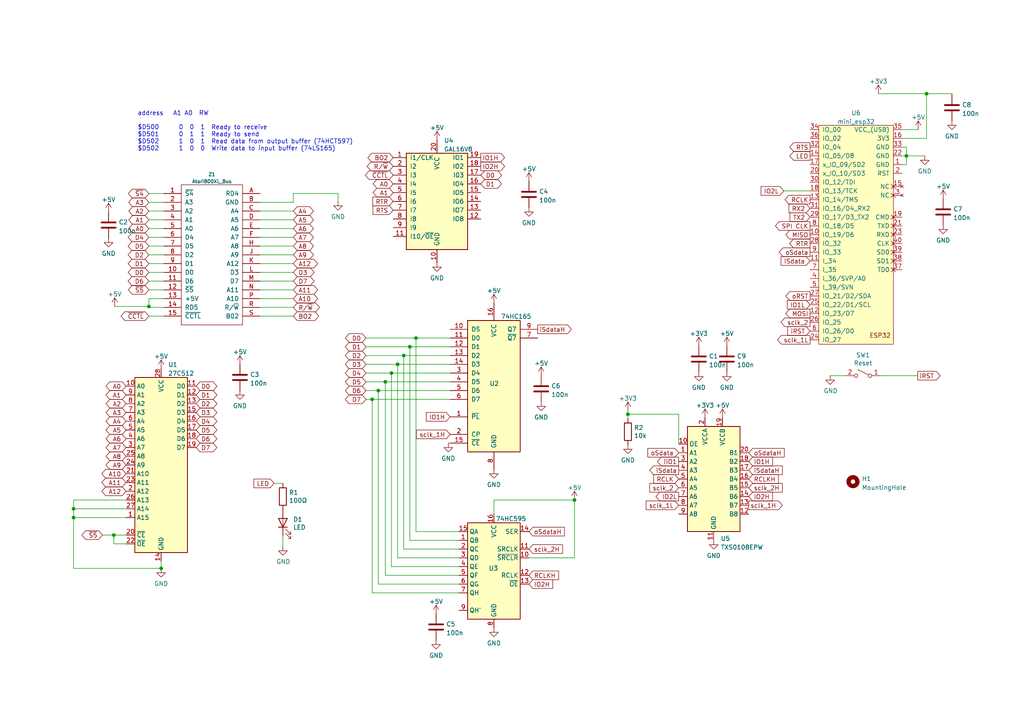
<source format=kicad_sch>
(kicad_sch (version 20211123) (generator eeschema)
  (paper "A4")
  (lib_symbols
    (symbol "74hc597:74LS165" (pin_names (offset 1.016))
      (property "Reference" "U" (at -7.62 19.05 0))
      (property "Value" "74LS165" (at -7.62 -21.59 0))
      (symbol "74LS165_1_0"
        (pin input line (at -12.7 -10.16 0) (length 5.08) (name "~{PL}") (number "1"))
        (pin input line (at -12.7 15.24 0) (length 5.08) (name "DS") (number "10"))
        (pin input line (at -12.7 12.7 0) (length 5.08) (name "D0") (number "11"))
        (pin input line (at -12.7 10.16 0) (length 5.08) (name "D1") (number "12"))
        (pin input line (at -12.7 7.62 0) (length 5.08) (name "D2") (number "13"))
        (pin input line (at -12.7 5.08 0) (length 5.08) (name "D3") (number "14"))
        (pin input line (at -12.7 -17.78 0) (length 5.08) (name "~{CE}") (number "15"))
        (pin power_in line (at 0 22.86 270) (length 5.08) (name "VCC") (number "16"))
        (pin input line (at -12.7 -15.24 0) (length 5.08) (name "CP") (number "2"))
        (pin input line (at -12.7 2.54 0) (length 5.08) (name "D4") (number "3"))
        (pin input line (at -12.7 0 0) (length 5.08) (name "D5") (number "4"))
        (pin input line (at -12.7 -2.54 0) (length 5.08) (name "D6") (number "5"))
        (pin input line (at -12.7 -5.08 0) (length 5.08) (name "D7") (number "6"))
        (pin output line (at 12.7 12.7 180) (length 5.08) (name "~{Q7}") (number "7"))
        (pin power_in line (at 0 -25.4 90) (length 5.08) (name "GND") (number "8"))
        (pin output line (at 12.7 15.24 180) (length 5.08) (name "Q7") (number "9"))
      )
      (symbol "74LS165_1_1"
        (rectangle (start -7.62 17.78) (end 7.62 -20.32) (stroke (width 0.254)) (fill (type background)))
      )
    )
    (symbol "74xx:74HCT595"
      (property "Reference" "U" (at -7.62 13.97 0))
      (property "Value" "74HCT595" (at -7.62 -16.51 0))
      (symbol "74HCT595_1_0"
        (pin tri_state line (at 10.16 7.62 180) (length 2.54) (name "QB") (number "1"))
        (pin input line (at -10.16 2.54 0) (length 2.54) (name "~{SRCLR}") (number "10"))
        (pin input line (at -10.16 5.08 0) (length 2.54) (name "SRCLK") (number "11"))
        (pin input line (at -10.16 -2.54 0) (length 2.54) (name "RCLK") (number "12"))
        (pin input line (at -10.16 -5.08 0) (length 2.54) (name "~{OE}") (number "13"))
        (pin input line (at -10.16 10.16 0) (length 2.54) (name "SER") (number "14"))
        (pin tri_state line (at 10.16 10.16 180) (length 2.54) (name "QA") (number "15"))
        (pin power_in line (at 0 15.24 270) (length 2.54) (name "VCC") (number "16"))
        (pin tri_state line (at 10.16 5.08 180) (length 2.54) (name "QC") (number "2"))
        (pin tri_state line (at 10.16 2.54 180) (length 2.54) (name "QD") (number "3"))
        (pin tri_state line (at 10.16 0 180) (length 2.54) (name "QE") (number "4"))
        (pin tri_state line (at 10.16 -2.54 180) (length 2.54) (name "QF") (number "5"))
        (pin tri_state line (at 10.16 -5.08 180) (length 2.54) (name "QG") (number "6"))
        (pin tri_state line (at 10.16 -7.62 180) (length 2.54) (name "QH") (number "7"))
        (pin power_in line (at 0 -17.78 90) (length 2.54) (name "GND") (number "8"))
        (pin output line (at 10.16 -12.7 180) (length 2.54) (name "QH'") (number "9"))
      )
      (symbol "74HCT595_1_1"
        (rectangle (start -7.62 12.7) (end 7.62 -15.24) (stroke (width 0.254)) (fill (type background)))
      )
    )
    (symbol "Barts_lib:Atari800XL_Bus" (pin_names (offset 1.016))
      (property "Reference" "Z1" (at 8.89 86.8303 0))
      (property "Value" "Atari800XL_Bus" (at 8.89 84.7956 0))
      (symbol "Atari800XL_Bus_0_0"
        (rectangle (start 0 83.82) (end 17.78 43.18))
      )
      (symbol "Atari800XL_Bus_1_1"
        (pin bidirectional line (at -5.08 81.28 0) (length 5.08) (name "~{S4}") (number "1"))
        (pin bidirectional line (at -5.08 58.42 0) (length 5.08) (name "D0") (number "10"))
        (pin bidirectional line (at -5.08 55.88 0) (length 5.08) (name "D6") (number "11"))
        (pin bidirectional line (at -5.08 53.34 0) (length 5.08) (name "~{S5}") (number "12"))
        (pin power_out line (at -5.08 50.8 0) (length 5.08) (name "+5V") (number "13"))
        (pin bidirectional line (at -5.08 48.26 0) (length 5.08) (name "RD5") (number "14"))
        (pin bidirectional line (at -5.08 45.72 0) (length 5.08) (name "~{CCTL}") (number "15"))
        (pin bidirectional line (at -5.08 78.74 0) (length 5.08) (name "A3") (number "2"))
        (pin bidirectional line (at -5.08 76.2 0) (length 5.08) (name "A2") (number "3"))
        (pin bidirectional line (at -5.08 73.66 0) (length 5.08) (name "A1") (number "4"))
        (pin bidirectional line (at -5.08 71.12 0) (length 5.08) (name "A0") (number "5"))
        (pin bidirectional line (at -5.08 68.58 0) (length 5.08) (name "D4") (number "6"))
        (pin bidirectional line (at -5.08 66.04 0) (length 5.08) (name "D5") (number "7"))
        (pin bidirectional line (at -5.08 63.5 0) (length 5.08) (name "D2") (number "8"))
        (pin bidirectional line (at -5.08 60.96 0) (length 5.08) (name "D1") (number "9"))
        (pin bidirectional line (at 22.86 81.28 180) (length 5.08) (name "RD4") (number "A"))
        (pin power_out line (at 22.86 78.74 180) (length 5.08) (name "GND") (number "B"))
        (pin bidirectional line (at 22.86 76.2 180) (length 5.08) (name "A4") (number "C"))
        (pin bidirectional line (at 22.86 73.66 180) (length 5.08) (name "A5") (number "D"))
        (pin bidirectional line (at 22.86 71.12 180) (length 5.08) (name "A6") (number "E"))
        (pin bidirectional line (at 22.86 68.58 180) (length 5.08) (name "A7") (number "F"))
        (pin bidirectional line (at 22.86 66.04 180) (length 5.08) (name "A8") (number "H"))
        (pin bidirectional line (at 22.86 63.5 180) (length 5.08) (name "A9") (number "J"))
        (pin bidirectional line (at 22.86 60.96 180) (length 5.08) (name "A12") (number "K"))
        (pin bidirectional line (at 22.86 58.42 180) (length 5.08) (name "D3") (number "L"))
        (pin bidirectional line (at 22.86 55.88 180) (length 5.08) (name "D7") (number "M"))
        (pin bidirectional line (at 22.86 53.34 180) (length 5.08) (name "A11") (number "N"))
        (pin bidirectional line (at 22.86 50.8 180) (length 5.08) (name "A10") (number "P"))
        (pin bidirectional line (at 22.86 48.26 180) (length 5.08) (name "R/~{W}") (number "R"))
        (pin bidirectional line (at 22.86 45.72 180) (length 5.08) (name "B02") (number "S"))
      )
    )
    (symbol "Barts_lib:mini_esp32" (pin_names (offset 1.016))
      (property "Reference" "U3" (at 0.635 2.3028 0))
      (property "Value" "mini_esp32" (at 0.635 -0.2341 0))
      (symbol "mini_esp32_0_0"
        (text "ESP32" (at 7.62 -62.23 0) (effects (font (size 1.27 1.27))))
        (pin power_in line (at 13.97 -12.7 180) (length 2.54) (name "GND") (number "1"))
        (pin input line (at 13.97 -15.24 180) (length 2.54) (name "RST") (number "2"))
        (pin no_connect non_logic (at 13.97 -21.59 180) (length 2.54) (name "NC") (number "3"))
        (pin bidirectional line (at -12.7 -45.72 0) (length 2.54) (name "I_36/SVP/A0") (number "4"))
        (pin bidirectional line (at -12.7 -48.26 0) (length 2.54) (name "I_39/SVN") (number "5"))
      )
      (symbol "mini_esp32_0_1"
        (rectangle (start -10.16 -1.27) (end 11.43 -64.77) (fill (type background)))
      )
      (symbol "mini_esp32_1_1"
        (pin bidirectional line (at -12.7 -33.02 0) (length 2.54) (name "IO_19/D6") (number "10"))
        (pin bidirectional line (at -12.7 -40.64 0) (length 2.54) (name "I_34") (number "11"))
        (pin bidirectional line (at -12.7 -55.88 0) (length 2.54) (name "IO_23/D7") (number "12"))
        (pin bidirectional line (at -12.7 -22.86 0) (length 2.54) (name "IO_14/TMS") (number "13"))
        (pin bidirectional line (at -12.7 -10.16 0) (length 2.54) (name "IO_05/D8") (number "14"))
        (pin no_connect non_logic (at 13.97 -19.05 180) (length 2.54) (name "NC") (number "15"))
        (pin power_in line (at 13.97 -5.08 180) (length 2.54) (name "3V3") (number "16"))
        (pin bidirectional line (at -12.7 -12.7 0) (length 2.54) (name "x_IO_09/SD2") (number "17"))
        (pin bidirectional line (at -12.7 -20.32 0) (length 2.54) (name "IO_13/TCK") (number "18"))
        (pin passive non_logic (at 13.97 -27.94 180) (length 2.54) (name "CMD") (number "19"))
        (pin bidirectional line (at -12.7 -15.24 0) (length 2.54) (name "x_IO_10/SD3") (number "20"))
        (pin passive non_logic (at 13.97 -30.48 180) (length 2.54) (name "TXD") (number "21"))
        (pin power_in line (at 13.97 -10.16 180) (length 2.54) (name "GND") (number "22"))
        (pin passive non_logic (at 13.97 -33.02 180) (length 2.54) (name "RXD") (number "23"))
        (pin bidirectional line (at -12.7 -63.5 0) (length 2.54) (name "IO_27") (number "24"))
        (pin bidirectional line (at -12.7 -53.34 0) (length 2.54) (name "IO_22/D1/SCL") (number "25"))
        (pin bidirectional line (at -12.7 -58.42 0) (length 2.54) (name "IO_25") (number "26"))
        (pin bidirectional line (at -12.7 -50.8 0) (length 2.54) (name "IO_21/D2/SDA") (number "27"))
        (pin bidirectional line (at -12.7 -35.56 0) (length 2.54) (name "IO_32") (number "28"))
        (pin bidirectional line (at -12.7 -27.94 0) (length 2.54) (name "IO_17/D3_TX2") (number "29"))
        (pin bidirectional line (at -12.7 -17.78 0) (length 2.54) (name "IO_12/TDI") (number "30"))
        (pin bidirectional line (at -12.7 -25.4 0) (length 2.54) (name "IO_16/D4_RX2") (number "31"))
        (pin bidirectional line (at -12.7 -7.62 0) (length 2.54) (name "IO_04") (number "32"))
        (pin power_in line (at 13.97 -7.62 180) (length 2.54) (name "GND") (number "33"))
        (pin bidirectional line (at -12.7 -2.54 0) (length 2.54) (name "IO_00") (number "34"))
        (pin power_in line (at 13.97 -2.54 180) (length 2.54) (name "VCC_(USB)") (number "35"))
        (pin bidirectional line (at -12.7 -5.08 0) (length 2.54) (name "IO_02") (number "36"))
        (pin passive non_logic (at 13.97 -43.18 180) (length 2.54) (name "TD0") (number "37"))
        (pin passive non_logic (at 13.97 -40.64 180) (length 2.54) (name "SD1") (number "38"))
        (pin passive non_logic (at 13.97 -38.1 180) (length 2.54) (name "SD0") (number "39"))
        (pin passive non_logic (at 13.97 -35.56 180) (length 2.54) (name "CLK") (number "40"))
        (pin bidirectional line (at -12.7 -60.96 0) (length 2.54) (name "IO_26/D0") (number "6"))
        (pin bidirectional line (at -12.7 -43.18 0) (length 2.54) (name "I_35") (number "7"))
        (pin bidirectional line (at -12.7 -30.48 0) (length 2.54) (name "IO_18/D5") (number "8"))
        (pin bidirectional line (at -12.7 -38.1 0) (length 2.54) (name "IO_33") (number "9"))
      )
    )
    (symbol "Device:C" (pin_numbers hide) (pin_names (offset 0.254))
      (property "Reference" "C" (at 0.635 2.54 0))
      (property "Value" "C" (at 0.635 -2.54 0))
      (symbol "C_0_1"
        (polyline (pts (xy -2.032 -0.762) (xy 2.032 -0.762)) (stroke (width 0.508)))
        (polyline (pts (xy -2.032 0.762) (xy 2.032 0.762)) (stroke (width 0.508)))
      )
      (symbol "C_1_1"
        (pin passive line (at 0 3.81 270) (length 2.794) (name "~") (number "1"))
        (pin passive line (at 0 -3.81 90) (length 2.794) (name "~") (number "2"))
      )
    )
    (symbol "Device:LED" (pin_numbers hide) (pin_names (offset 1.016) hide)
      (property "Reference" "D" (at 0 2.54 0))
      (property "Value" "LED" (at 0 -2.54 0))
      (symbol "LED_0_1"
        (polyline (pts (xy -1.27 -1.27) (xy -1.27 1.27)) (stroke (width 0.254)))
        (polyline (pts (xy -1.27 0) (xy 1.27 0)))
        (polyline (pts (xy 1.27 -1.27) (xy 1.27 1.27) (xy -1.27 0) (xy 1.27 -1.27)) (stroke (width 0.254)))
        (polyline (pts (xy -3.048 -0.762) (xy -4.572 -2.286) (xy -3.81 -2.286) (xy -4.572 -2.286) (xy -4.572 -1.524)))
        (polyline (pts (xy -1.778 -0.762) (xy -3.302 -2.286) (xy -2.54 -2.286) (xy -3.302 -2.286) (xy -3.302 -1.524)))
      )
      (symbol "LED_1_1"
        (pin passive line (at -3.81 0 0) (length 2.54) (name "K") (number "1"))
        (pin passive line (at 3.81 0 180) (length 2.54) (name "A") (number "2"))
      )
    )
    (symbol "Device:R" (pin_numbers hide) (pin_names (offset 0))
      (property "Reference" "R" (at 2.032 0 90))
      (property "Value" "R" (at 0 0 90))
      (symbol "R_0_1"
        (rectangle (start -1.016 -2.54) (end 1.016 2.54) (stroke (width 0.254)))
      )
      (symbol "R_1_1"
        (pin passive line (at 0 3.81 270) (length 1.27) (name "~") (number "1"))
        (pin passive line (at 0 -3.81 90) (length 1.27) (name "~") (number "2"))
      )
    )
    (symbol "Logic_LevelTranslator:TXS0108EPW"
      (property "Reference" "U" (at -6.35 16.51 0))
      (property "Value" "TXS0108EPW" (at 3.81 16.51 0))
      (symbol "TXS0108EPW_0_1"
        (rectangle (start -7.62 15.24) (end 7.62 -15.24) (stroke (width 0.254)) (fill (type background)))
      )
      (symbol "TXS0108EPW_1_1"
        (pin bidirectional line (at -10.16 7.62 0) (length 2.54) (name "A1") (number "1"))
        (pin input line (at -10.16 10.16 0) (length 2.54) (name "OE") (number "10"))
        (pin power_in line (at 0 -17.78 90) (length 2.54) (name "GND") (number "11"))
        (pin bidirectional line (at 10.16 -10.16 180) (length 2.54) (name "B8") (number "12"))
        (pin bidirectional line (at 10.16 -7.62 180) (length 2.54) (name "B7") (number "13"))
        (pin bidirectional line (at 10.16 -5.08 180) (length 2.54) (name "B6") (number "14"))
        (pin bidirectional line (at 10.16 -2.54 180) (length 2.54) (name "B5") (number "15"))
        (pin bidirectional line (at 10.16 0 180) (length 2.54) (name "B4") (number "16"))
        (pin bidirectional line (at 10.16 2.54 180) (length 2.54) (name "B3") (number "17"))
        (pin bidirectional line (at 10.16 5.08 180) (length 2.54) (name "B2") (number "18"))
        (pin power_in line (at 2.54 17.78 270) (length 2.54) (name "VCCB") (number "19"))
        (pin power_in line (at -2.54 17.78 270) (length 2.54) (name "VCCA") (number "2"))
        (pin bidirectional line (at 10.16 7.62 180) (length 2.54) (name "B1") (number "20"))
        (pin bidirectional line (at -10.16 5.08 0) (length 2.54) (name "A2") (number "3"))
        (pin bidirectional line (at -10.16 2.54 0) (length 2.54) (name "A3") (number "4"))
        (pin bidirectional line (at -10.16 0 0) (length 2.54) (name "A4") (number "5"))
        (pin bidirectional line (at -10.16 -2.54 0) (length 2.54) (name "A5") (number "6"))
        (pin bidirectional line (at -10.16 -5.08 0) (length 2.54) (name "A6") (number "7"))
        (pin bidirectional line (at -10.16 -7.62 0) (length 2.54) (name "A7") (number "8"))
        (pin bidirectional line (at -10.16 -10.16 0) (length 2.54) (name "A8") (number "9"))
      )
    )
    (symbol "Logic_Programmable:GAL16V8" (pin_names (offset 1.016))
      (property "Reference" "U" (at -8.89 16.51 0))
      (property "Value" "GAL16V8" (at 1.27 16.51 0))
      (symbol "GAL16V8_0_0"
        (pin power_in line (at 0 -17.78 90) (length 3.81) (name "GND") (number "10"))
        (pin power_in line (at 0 17.78 270) (length 3.81) (name "VCC") (number "20"))
      )
      (symbol "GAL16V8_0_1"
        (rectangle (start -8.89 13.97) (end 8.89 -13.97) (stroke (width 0.254)) (fill (type background)))
      )
      (symbol "GAL16V8_1_1"
        (pin input line (at -12.7 12.7 0) (length 3.81) (name "I1/CLK") (number "1"))
        (pin input line (at -12.7 -10.16 0) (length 3.81) (name "I10/~{OE}") (number "11"))
        (pin tri_state line (at 12.7 -5.08 180) (length 3.81) (name "IO8") (number "12"))
        (pin tri_state line (at 12.7 -2.54 180) (length 3.81) (name "IO7") (number "13"))
        (pin tri_state line (at 12.7 0 180) (length 3.81) (name "IO6") (number "14"))
        (pin tri_state line (at 12.7 2.54 180) (length 3.81) (name "IO5") (number "15"))
        (pin tri_state line (at 12.7 5.08 180) (length 3.81) (name "IO4") (number "16"))
        (pin tri_state line (at 12.7 7.62 180) (length 3.81) (name "I03") (number "17"))
        (pin tri_state line (at 12.7 10.16 180) (length 3.81) (name "IO2") (number "18"))
        (pin tri_state line (at 12.7 12.7 180) (length 3.81) (name "IO1") (number "19"))
        (pin input line (at -12.7 10.16 0) (length 3.81) (name "I2") (number "2"))
        (pin input line (at -12.7 7.62 0) (length 3.81) (name "I3") (number "3"))
        (pin input line (at -12.7 5.08 0) (length 3.81) (name "I4") (number "4"))
        (pin input line (at -12.7 2.54 0) (length 3.81) (name "I5") (number "5"))
        (pin input line (at -12.7 0 0) (length 3.81) (name "I6") (number "6"))
        (pin input line (at -12.7 -2.54 0) (length 3.81) (name "I7") (number "7"))
        (pin input line (at -12.7 -5.08 0) (length 3.81) (name "I8") (number "8"))
        (pin input line (at -12.7 -7.62 0) (length 3.81) (name "I9") (number "9"))
      )
    )
    (symbol "Mechanical:MountingHole" (pin_numbers hide) (pin_names (offset 1.016) hide)
      (property "Reference" "H" (at 0 5.08 0))
      (property "Value" "MountingHole" (at 0 3.175 0))
      (symbol "MountingHole_0_1"
        (circle (center 0 0) (radius 1.27) (stroke (width 1.27)))
      )
    )
    (symbol "Memory_EPROM:27C512"
      (property "Reference" "U" (at -7.62 26.67 0))
      (property "Value" "27C512" (at 2.54 -26.67 0))
      (symbol "27C512_1_1"
        (rectangle (start -7.62 25.4) (end 7.62 -25.4) (stroke (width 0.254)) (fill (type background)))
        (pin input line (at -10.16 -15.24 0) (length 2.54) (name "A15") (number "1"))
        (pin input line (at -10.16 22.86 0) (length 2.54) (name "A0") (number "10"))
        (pin tri_state line (at 10.16 22.86 180) (length 2.54) (name "D0") (number "11"))
        (pin tri_state line (at 10.16 20.32 180) (length 2.54) (name "D1") (number "12"))
        (pin tri_state line (at 10.16 17.78 180) (length 2.54) (name "D2") (number "13"))
        (pin power_in line (at 0 -27.94 90) (length 2.54) (name "GND") (number "14"))
        (pin tri_state line (at 10.16 15.24 180) (length 2.54) (name "D3") (number "15"))
        (pin tri_state line (at 10.16 12.7 180) (length 2.54) (name "D4") (number "16"))
        (pin tri_state line (at 10.16 10.16 180) (length 2.54) (name "D5") (number "17"))
        (pin tri_state line (at 10.16 7.62 180) (length 2.54) (name "D6") (number "18"))
        (pin tri_state line (at 10.16 5.08 180) (length 2.54) (name "D7") (number "19"))
        (pin input line (at -10.16 -7.62 0) (length 2.54) (name "A12") (number "2"))
        (pin input line (at -10.16 -20.32 0) (length 2.54) (name "~{CE}") (number "20"))
        (pin input line (at -10.16 -2.54 0) (length 2.54) (name "A10") (number "21"))
        (pin input line (at -10.16 -22.86 0) (length 2.54) (name "~{OE}") (number "22"))
        (pin input line (at -10.16 -5.08 0) (length 2.54) (name "A11") (number "23"))
        (pin input line (at -10.16 0 0) (length 2.54) (name "A9") (number "24"))
        (pin input line (at -10.16 2.54 0) (length 2.54) (name "A8") (number "25"))
        (pin input line (at -10.16 -10.16 0) (length 2.54) (name "A13") (number "26"))
        (pin input line (at -10.16 -12.7 0) (length 2.54) (name "A14") (number "27"))
        (pin power_in line (at 0 27.94 270) (length 2.54) (name "VCC") (number "28"))
        (pin input line (at -10.16 5.08 0) (length 2.54) (name "A7") (number "3"))
        (pin input line (at -10.16 7.62 0) (length 2.54) (name "A6") (number "4"))
        (pin input line (at -10.16 10.16 0) (length 2.54) (name "A5") (number "5"))
        (pin input line (at -10.16 12.7 0) (length 2.54) (name "A4") (number "6"))
        (pin input line (at -10.16 15.24 0) (length 2.54) (name "A3") (number "7"))
        (pin input line (at -10.16 17.78 0) (length 2.54) (name "A2") (number "8"))
        (pin input line (at -10.16 20.32 0) (length 2.54) (name "A1") (number "9"))
      )
    )
    (symbol "Switch:SW_SPST" (pin_names (offset 0) hide)
      (property "Reference" "SW" (at 0 3.175 0))
      (property "Value" "SW_SPST" (at 0 -2.54 0))
      (symbol "SW_SPST_0_0"
        (circle (center -2.032 0) (radius 0.508))
        (polyline (pts (xy -1.524 0.254) (xy 1.524 1.778)))
        (circle (center 2.032 0) (radius 0.508))
      )
      (symbol "SW_SPST_1_1"
        (pin passive line (at -5.08 0 0) (length 2.54) (name "A") (number "1"))
        (pin passive line (at 5.08 0 180) (length 2.54) (name "B") (number "2"))
      )
    )
    (symbol "power:+3.3V" (power) (pin_names (offset 0))
      (property "Value" "+3.3V" (at 0 3.556 0))
      (symbol "+3.3V_0_1"
        (polyline (pts (xy -0.762 1.27) (xy 0 2.54)))
        (polyline (pts (xy 0 0) (xy 0 2.54)))
        (polyline (pts (xy 0 2.54) (xy 0.762 1.27)))
      )
      (symbol "+3.3V_1_1"
        (pin power_in line (at 0 0 90) (length 0) hide (name "+3V3") (number "1"))
      )
    )
    (symbol "power:+5V" (power) (pin_names (offset 0))
      (property "Value" "+5V" (at 0 3.556 0))
      (symbol "+5V_0_1"
        (polyline (pts (xy -0.762 1.27) (xy 0 2.54)))
        (polyline (pts (xy 0 0) (xy 0 2.54)))
        (polyline (pts (xy 0 2.54) (xy 0.762 1.27)))
      )
      (symbol "+5V_1_1"
        (pin power_in line (at 0 0 90) (length 0) hide (name "+5V") (number "1"))
      )
    )
    (symbol "power:GND" (power) (pin_names (offset 0))
      (property "Value" "GND" (at 0 -3.81 0))
      (symbol "GND_0_1"
        (polyline (pts (xy 0 0) (xy 0 -1.27) (xy 1.27 -1.27) (xy 0 -2.54) (xy -1.27 -1.27) (xy 0 -1.27)))
      )
      (symbol "GND_1_1"
        (pin power_in line (at 0 0 270) (length 0) hide (name "GND") (number "1"))
      )
    )
  )
  (junction (at 46.736 164.846))
  (junction (at 21.336 147.574))
  (junction (at 166.624 145.034))
  (junction (at 111.76 110.744))
  (junction (at 118.872 100.584))
  (junction (at 33.02 155.194))
  (junction (at 268.732 27.178))
  (junction (at 262.89 45.212))
  (junction (at 109.728 113.284))
  (junction (at 115.316 105.664))
  (junction (at 107.95 115.824))
  (junction (at 43.18 88.9))
  (junction (at 182.118 120.142))
  (junction (at 21.336 150.114))
  (junction (at 120.65 98.044))
  (junction (at 113.538 108.204))
  (junction (at 117.094 103.124))
  (wire (pts (xy 98.044 58.42) (xy 98.044 56.134)))
  (wire (pts (xy 43.18 81.534) (xy 47.498 81.534)))
  (wire (pts (xy 153.416 161.798) (xy 166.624 161.798)))
  (wire (pts (xy 85.09 61.214) (xy 75.438 61.214)))
  (wire (pts (xy 115.316 161.798) (xy 133.096 161.798)))
  (wire (pts (xy 85.09 68.834) (xy 75.438 68.834)))
  (wire (pts (xy 130.556 105.664) (xy 115.316 105.664)))
  (wire (pts (xy 43.18 56.134) (xy 47.498 56.134)))
  (wire (pts (xy 133.096 169.418) (xy 109.728 169.418)))
  (wire (pts (xy 82.042 158.496) (xy 82.042 155.448)))
  (wire (pts (xy 113.538 108.204) (xy 130.556 108.204)))
  (wire (pts (xy 43.18 86.614) (xy 47.498 86.614)))
  (wire (pts (xy 85.09 71.374) (xy 75.438 71.374)))
  (wire (pts (xy 46.736 164.846) (xy 21.336 164.846)))
  (wire (pts (xy 118.872 156.718) (xy 133.096 156.718)))
  (wire (pts (xy 143.256 149.098) (xy 143.256 145.034)))
  (wire (pts (xy 133.096 159.258) (xy 117.094 159.258)))
  (wire (pts (xy 85.09 86.614) (xy 75.438 86.614)))
  (wire (pts (xy 268.732 27.178) (xy 268.732 40.132)))
  (wire (pts (xy 43.18 78.994) (xy 47.498 78.994)))
  (wire (pts (xy 262.89 42.672) (xy 262.89 45.212)))
  (wire (pts (xy 196.85 120.142) (xy 196.85 128.778)))
  (wire (pts (xy 43.18 66.294) (xy 47.498 66.294)))
  (wire (pts (xy 111.76 166.878) (xy 133.096 166.878)))
  (wire (pts (xy 21.336 150.114) (xy 21.336 164.846)))
  (wire (pts (xy 85.09 91.694) (xy 75.438 91.694)))
  (wire (pts (xy 109.728 169.418) (xy 109.728 113.284)))
  (wire (pts (xy 21.336 145.034) (xy 21.336 147.574)))
  (wire (pts (xy 262.89 45.212) (xy 268.224 45.212)))
  (wire (pts (xy 115.316 105.664) (xy 115.316 161.798)))
  (wire (pts (xy 106.172 105.664) (xy 115.316 105.664)))
  (wire (pts (xy 130.048 128.524) (xy 130.556 128.524)))
  (wire (pts (xy 46.736 162.814) (xy 46.736 164.846)))
  (wire (pts (xy 43.18 68.834) (xy 47.498 68.834)))
  (wire (pts (xy 166.624 145.034) (xy 166.624 161.798)))
  (wire (pts (xy 43.18 63.754) (xy 47.498 63.754)))
  (wire (pts (xy 118.872 100.584) (xy 118.872 156.718)))
  (wire (pts (xy 106.172 115.824) (xy 107.95 115.824)))
  (wire (pts (xy 255.397 108.966) (xy 266.192 108.966)))
  (wire (pts (xy 133.096 154.178) (xy 120.65 154.178)))
  (wire (pts (xy 106.172 110.744) (xy 111.76 110.744)))
  (wire (pts (xy 43.18 61.214) (xy 47.498 61.214)))
  (wire (pts (xy 111.76 110.744) (xy 111.76 166.878)))
  (wire (pts (xy 43.18 76.454) (xy 47.498 76.454)))
  (wire (pts (xy 85.09 56.134) (xy 85.09 58.674)))
  (wire (pts (xy 85.09 66.294) (xy 75.438 66.294)))
  (wire (pts (xy 85.09 73.914) (xy 75.438 73.914)))
  (wire (pts (xy 107.95 171.958) (xy 133.096 171.958)))
  (wire (pts (xy 43.18 71.374) (xy 47.498 71.374)))
  (wire (pts (xy 130.556 100.584) (xy 118.872 100.584)))
  (wire (pts (xy 266.319 37.592) (xy 261.62 37.592)))
  (wire (pts (xy 85.09 76.454) (xy 75.438 76.454)))
  (wire (pts (xy 43.18 73.914) (xy 47.498 73.914)))
  (wire (pts (xy 106.172 113.284) (xy 109.728 113.284)))
  (wire (pts (xy 33.02 155.194) (xy 36.576 155.194)))
  (wire (pts (xy 182.118 119.126) (xy 182.118 120.142)))
  (wire (pts (xy 21.336 147.574) (xy 36.576 147.574)))
  (wire (pts (xy 106.172 100.584) (xy 118.872 100.584)))
  (wire (pts (xy 120.65 98.044) (xy 130.556 98.044)))
  (wire (pts (xy 143.256 145.034) (xy 166.624 145.034)))
  (wire (pts (xy 98.044 56.134) (xy 85.09 56.134)))
  (wire (pts (xy 43.18 88.9) (xy 43.18 89.154)))
  (wire (pts (xy 261.62 40.132) (xy 268.732 40.132)))
  (wire (pts (xy 262.89 47.752) (xy 262.89 45.212)))
  (wire (pts (xy 33.02 157.734) (xy 33.02 155.194)))
  (wire (pts (xy 43.18 89.154) (xy 47.498 89.154)))
  (wire (pts (xy 85.09 58.674) (xy 75.438 58.674)))
  (wire (pts (xy 109.728 113.284) (xy 130.556 113.284)))
  (wire (pts (xy 85.09 81.534) (xy 75.438 81.534)))
  (wire (pts (xy 85.09 78.994) (xy 75.438 78.994)))
  (wire (pts (xy 261.62 42.672) (xy 262.89 42.672)))
  (wire (pts (xy 85.09 63.754) (xy 75.438 63.754)))
  (wire (pts (xy 79.502 140.208) (xy 82.042 140.208)))
  (wire (pts (xy 106.172 108.204) (xy 113.538 108.204)))
  (wire (pts (xy 43.18 58.674) (xy 47.498 58.674)))
  (wire (pts (xy 227.33 55.372) (xy 234.95 55.372)))
  (wire (pts (xy 268.732 27.178) (xy 276.098 27.178)))
  (wire (pts (xy 261.62 47.752) (xy 262.89 47.752)))
  (wire (pts (xy 276.098 27.178) (xy 276.098 27.432)))
  (wire (pts (xy 130.556 110.744) (xy 111.76 110.744)))
  (wire (pts (xy 43.18 84.074) (xy 47.498 84.074)))
  (wire (pts (xy 33.274 88.9) (xy 43.18 88.9)))
  (wire (pts (xy 133.096 164.338) (xy 113.538 164.338)))
  (wire (pts (xy 261.62 45.212) (xy 262.89 45.212)))
  (wire (pts (xy 43.18 91.694) (xy 47.498 91.694)))
  (wire (pts (xy 117.094 159.258) (xy 117.094 103.124)))
  (wire (pts (xy 240.792 108.966) (xy 245.237 108.966)))
  (wire (pts (xy 254.762 27.178) (xy 268.732 27.178)))
  (wire (pts (xy 182.118 120.142) (xy 196.85 120.142)))
  (wire (pts (xy 85.09 84.074) (xy 75.438 84.074)))
  (wire (pts (xy 21.336 150.114) (xy 36.576 150.114)))
  (wire (pts (xy 182.118 120.142) (xy 182.118 121.412)))
  (wire (pts (xy 117.094 103.124) (xy 130.556 103.124)))
  (wire (pts (xy 113.538 164.338) (xy 113.538 108.204)))
  (wire (pts (xy 21.336 145.034) (xy 36.576 145.034)))
  (wire (pts (xy 43.18 86.614) (xy 43.18 88.9)))
  (wire (pts (xy 107.95 115.824) (xy 107.95 171.958)))
  (wire (pts (xy 29.718 155.194) (xy 33.02 155.194)))
  (wire (pts (xy 106.172 103.124) (xy 117.094 103.124)))
  (wire (pts (xy 21.336 147.574) (xy 21.336 150.114)))
  (wire (pts (xy 120.65 154.178) (xy 120.65 98.044)))
  (wire (pts (xy 130.556 115.824) (xy 107.95 115.824)))
  (wire (pts (xy 85.09 89.154) (xy 75.438 89.154)))
  (wire (pts (xy 36.576 157.734) (xy 33.02 157.734)))
  (wire (pts (xy 106.172 98.044) (xy 120.65 98.044)))
  (text "address   A1 A0  RW\n\n$D500      0  0  1  Ready to receive\n$D501      0  1  1  Ready to send\n$D502      1  0  1  Read data from output buffer (74HCT597)\n$D502      1  0  0  Write data to input buffer (74LS165)\n" (at 39.878 43.942 0) (effects (font (size 1.27 1.27)) (justify left bottom)))
  (global_label "A6" (shape bidirectional) (at 85.09 66.294 0) (property "Intersheet References" "${INTERSHEET_REFS}" (effects hide)))
  (global_label "D2" (shape bidirectional) (at 56.896 117.094 0) (property "Intersheet References" "${INTERSHEET_REFS}" (effects hide)))
  (global_label "iIO1" (shape output) (at 196.85 133.858 180) (property "Intersheet References" "${INTERSHEET_REFS}" (effects hide)))
  (global_label "sclk_2" (shape input) (at 196.85 141.478 180) (property "Intersheet References" "${INTERSHEET_REFS}" (effects hide)))
  (global_label "oSdataH" (shape input) (at 217.17 131.318 0) (property "Intersheet References" "${INTERSHEET_REFS}" (effects hide)))
  (global_label "D1" (shape bidirectional) (at 56.896 114.554 0) (property "Intersheet References" "${INTERSHEET_REFS}" (effects hide)))
  (global_label "SPI CLK" (shape output) (at 234.95 65.532 180) (property "Intersheet References" "${INTERSHEET_REFS}" (effects hide)))
  (global_label "RCLKH" (shape input) (at 153.416 166.878 0) (property "Intersheet References" "${INTERSHEET_REFS}" (effects hide)))
  (global_label "A11" (shape bidirectional) (at 36.576 139.954 180) (property "Intersheet References" "${INTERSHEET_REFS}" (effects hide)))
  (global_label "RCLKH" (shape input) (at 217.17 138.938 0) (property "Intersheet References" "${INTERSHEET_REFS}" (effects hide)))
  (global_label "iRST" (shape output) (at 266.192 108.966 0) (property "Intersheet References" "${INTERSHEET_REFS}" (effects hide)))
  (global_label "A10" (shape bidirectional) (at 85.09 86.614 0) (property "Intersheet References" "${INTERSHEET_REFS}" (effects hide)))
  (global_label "A4" (shape bidirectional) (at 36.576 122.174 180) (property "Intersheet References" "${INTERSHEET_REFS}" (effects hide)))
  (global_label "~{CCTL}" (shape bidirectional) (at 43.18 91.694 180) (property "Intersheet References" "${INTERSHEET_REFS}" (effects hide)))
  (global_label "D5" (shape bidirectional) (at 56.896 124.714 0) (property "Intersheet References" "${INTERSHEET_REFS}" (effects hide)))
  (global_label "A4" (shape bidirectional) (at 85.09 61.214 0) (property "Intersheet References" "${INTERSHEET_REFS}" (effects hide)))
  (global_label "IO1H" (shape output) (at 139.446 45.72 0) (property "Intersheet References" "${INTERSHEET_REFS}" (effects hide)))
  (global_label "D5" (shape bidirectional) (at 106.172 110.744 180) (property "Intersheet References" "${INTERSHEET_REFS}" (effects hide)))
  (global_label "IO2L" (shape output) (at 196.85 144.018 180) (property "Intersheet References" "${INTERSHEET_REFS}" (effects hide)))
  (global_label "A3" (shape bidirectional) (at 36.576 119.634 180) (property "Intersheet References" "${INTERSHEET_REFS}" (effects hide)))
  (global_label "IO2H" (shape output) (at 139.446 48.26 0) (property "Intersheet References" "${INTERSHEET_REFS}" (effects hide)))
  (global_label "IO1H" (shape input) (at 130.556 120.904 180) (property "Intersheet References" "${INTERSHEET_REFS}" (effects hide)))
  (global_label "IO2H" (shape input) (at 217.17 144.018 0) (property "Intersheet References" "${INTERSHEET_REFS}" (effects hide)))
  (global_label "D4" (shape bidirectional) (at 56.896 122.174 0) (property "Intersheet References" "${INTERSHEET_REFS}" (effects hide)))
  (global_label "A12" (shape bidirectional) (at 85.09 76.454 0) (property "Intersheet References" "${INTERSHEET_REFS}" (effects hide)))
  (global_label "D7" (shape bidirectional) (at 106.172 115.824 180) (property "Intersheet References" "${INTERSHEET_REFS}" (effects hide)))
  (global_label "D1" (shape bidirectional) (at 43.18 76.454 180) (property "Intersheet References" "${INTERSHEET_REFS}" (effects hide)))
  (global_label "D4" (shape bidirectional) (at 43.18 68.834 180) (property "Intersheet References" "${INTERSHEET_REFS}" (effects hide)))
  (global_label "IO1L" (shape input) (at 234.95 88.392 180) (property "Intersheet References" "${INTERSHEET_REFS}" (effects hide)))
  (global_label "~{S4}" (shape bidirectional) (at 43.18 56.134 180) (property "Intersheet References" "${INTERSHEET_REFS}" (effects hide)))
  (global_label "MOSI" (shape output) (at 234.95 90.932 180) (property "Intersheet References" "${INTERSHEET_REFS}" (effects hide)))
  (global_label "A12" (shape bidirectional) (at 36.576 142.494 180) (property "Intersheet References" "${INTERSHEET_REFS}" (effects hide)))
  (global_label "RTR" (shape output) (at 234.95 70.612 180) (property "Intersheet References" "${INTERSHEET_REFS}" (effects hide)))
  (global_label "oRST" (shape output) (at 234.95 85.852 180) (property "Intersheet References" "${INTERSHEET_REFS}" (effects hide)))
  (global_label "D2" (shape bidirectional) (at 43.18 73.914 180) (property "Intersheet References" "${INTERSHEET_REFS}" (effects hide)))
  (global_label "D1" (shape bidirectional) (at 139.446 53.34 0) (property "Intersheet References" "${INTERSHEET_REFS}" (effects hide)))
  (global_label "sclk_1H" (shape input) (at 130.556 125.984 180) (property "Intersheet References" "${INTERSHEET_REFS}" (effects hide)))
  (global_label "D0" (shape bidirectional) (at 106.172 98.044 180) (property "Intersheet References" "${INTERSHEET_REFS}" (effects hide)))
  (global_label "A3" (shape bidirectional) (at 43.18 58.674 180) (property "Intersheet References" "${INTERSHEET_REFS}" (effects hide)))
  (global_label "sclk_1L" (shape output) (at 234.95 98.552 180) (property "Intersheet References" "${INTERSHEET_REFS}" (effects hide)))
  (global_label "A11" (shape bidirectional) (at 85.09 84.074 0) (property "Intersheet References" "${INTERSHEET_REFS}" (effects hide)))
  (global_label "D4" (shape bidirectional) (at 106.172 108.204 180) (property "Intersheet References" "${INTERSHEET_REFS}" (effects hide)))
  (global_label "oSdataH" (shape input) (at 153.416 154.178 0) (property "Intersheet References" "${INTERSHEET_REFS}" (effects hide)))
  (global_label "A2" (shape bidirectional) (at 36.576 117.094 180) (property "Intersheet References" "${INTERSHEET_REFS}" (effects hide)))
  (global_label "TX2" (shape input) (at 234.95 62.992 180) (property "Intersheet References" "${INTERSHEET_REFS}" (effects hide)))
  (global_label "RTS" (shape output) (at 234.95 42.672 180) (property "Intersheet References" "${INTERSHEET_REFS}" (effects hide)))
  (global_label "D7" (shape bidirectional) (at 56.896 129.794 0) (property "Intersheet References" "${INTERSHEET_REFS}" (effects hide)))
  (global_label "~{S5}" (shape bidirectional) (at 29.718 155.194 180) (property "Intersheet References" "${INTERSHEET_REFS}" (effects hide)))
  (global_label "A8" (shape bidirectional) (at 85.09 71.374 0) (property "Intersheet References" "${INTERSHEET_REFS}" (effects hide)))
  (global_label "A0" (shape bidirectional) (at 114.046 53.34 180) (property "Intersheet References" "${INTERSHEET_REFS}" (effects hide)))
  (global_label "RTR" (shape input) (at 114.046 58.42 180) (property "Intersheet References" "${INTERSHEET_REFS}" (effects hide)))
  (global_label "A1" (shape bidirectional) (at 36.576 114.554 180) (property "Intersheet References" "${INTERSHEET_REFS}" (effects hide)))
  (global_label "A1" (shape bidirectional) (at 43.18 63.754 180) (property "Intersheet References" "${INTERSHEET_REFS}" (effects hide)))
  (global_label "iSdata" (shape input) (at 234.95 75.692 180) (property "Intersheet References" "${INTERSHEET_REFS}" (effects hide)))
  (global_label "R{slash}~{W}" (shape bidirectional) (at 114.046 48.26 180) (property "Intersheet References" "${INTERSHEET_REFS}" (effects hide)))
  (global_label "A1" (shape bidirectional) (at 114.046 55.88 180) (property "Intersheet References" "${INTERSHEET_REFS}" (effects hide)))
  (global_label "oSdata" (shape output) (at 234.95 73.152 180) (property "Intersheet References" "${INTERSHEET_REFS}" (effects hide)))
  (global_label "A5" (shape bidirectional) (at 36.576 124.714 180) (property "Intersheet References" "${INTERSHEET_REFS}" (effects hide)))
  (global_label "D1" (shape bidirectional) (at 106.172 100.584 180) (property "Intersheet References" "${INTERSHEET_REFS}" (effects hide)))
  (global_label "IO2L" (shape input) (at 227.33 55.372 180) (property "Intersheet References" "${INTERSHEET_REFS}" (effects hide)))
  (global_label "A0" (shape bidirectional) (at 36.576 112.014 180) (property "Intersheet References" "${INTERSHEET_REFS}" (effects hide)))
  (global_label "A8" (shape bidirectional) (at 36.576 132.334 180) (property "Intersheet References" "${INTERSHEET_REFS}" (effects hide)))
  (global_label "D7" (shape bidirectional) (at 85.09 81.534 0) (property "Intersheet References" "${INTERSHEET_REFS}" (effects hide)))
  (global_label "D6" (shape bidirectional) (at 43.18 81.534 180) (property "Intersheet References" "${INTERSHEET_REFS}" (effects hide)))
  (global_label "A0" (shape bidirectional) (at 43.18 66.294 180) (property "Intersheet References" "${INTERSHEET_REFS}" (effects hide)))
  (global_label "A10" (shape bidirectional) (at 36.576 137.414 180) (property "Intersheet References" "${INTERSHEET_REFS}" (effects hide)))
  (global_label "RTS" (shape input) (at 114.046 60.96 180) (property "Intersheet References" "${INTERSHEET_REFS}" (effects hide)))
  (global_label "RX2" (shape input) (at 234.95 60.452 180) (property "Intersheet References" "${INTERSHEET_REFS}" (effects hide)))
  (global_label "BO2" (shape bidirectional) (at 85.09 91.694 0) (property "Intersheet References" "${INTERSHEET_REFS}" (effects hide)))
  (global_label "A7" (shape bidirectional) (at 85.09 68.834 0) (property "Intersheet References" "${INTERSHEET_REFS}" (effects hide)))
  (global_label "sclk_2H" (shape input) (at 153.416 159.258 0) (property "Intersheet References" "${INTERSHEET_REFS}" (effects hide)))
  (global_label "D5" (shape bidirectional) (at 43.18 71.374 180) (property "Intersheet References" "${INTERSHEET_REFS}" (effects hide)))
  (global_label "iSdata" (shape output) (at 196.85 136.398 180) (property "Intersheet References" "${INTERSHEET_REFS}" (effects hide)))
  (global_label "iSdataH" (shape input) (at 217.17 136.398 0) (property "Intersheet References" "${INTERSHEET_REFS}" (effects hide)))
  (global_label "A6" (shape bidirectional) (at 36.576 127.254 180) (property "Intersheet References" "${INTERSHEET_REFS}" (effects hide)))
  (global_label "D6" (shape bidirectional) (at 56.896 127.254 0) (property "Intersheet References" "${INTERSHEET_REFS}" (effects hide)))
  (global_label "A2" (shape bidirectional) (at 43.18 61.214 180) (property "Intersheet References" "${INTERSHEET_REFS}" (effects hide)))
  (global_label "D0" (shape bidirectional) (at 43.18 78.994 180) (property "Intersheet References" "${INTERSHEET_REFS}" (effects hide)))
  (global_label "sclk_2" (shape output) (at 234.95 93.472 180) (property "Intersheet References" "${INTERSHEET_REFS}" (effects hide)))
  (global_label "RCLK" (shape input) (at 196.85 138.938 180) (property "Intersheet References" "${INTERSHEET_REFS}" (effects hide)))
  (global_label "D3" (shape bidirectional) (at 106.172 105.664 180) (property "Intersheet References" "${INTERSHEET_REFS}" (effects hide)))
  (global_label "iRST" (shape input) (at 234.95 96.012 180) (property "Intersheet References" "${INTERSHEET_REFS}" (effects hide)))
  (global_label "BO2" (shape bidirectional) (at 114.046 45.72 180) (property "Intersheet References" "${INTERSHEET_REFS}" (effects hide)))
  (global_label "D3" (shape bidirectional) (at 56.896 119.634 0) (property "Intersheet References" "${INTERSHEET_REFS}" (effects hide)))
  (global_label "A9" (shape bidirectional) (at 36.576 134.874 180) (property "Intersheet References" "${INTERSHEET_REFS}" (effects hide)))
  (global_label "D6" (shape bidirectional) (at 106.172 113.284 180) (property "Intersheet References" "${INTERSHEET_REFS}" (effects hide)))
  (global_label "A7" (shape bidirectional) (at 36.576 129.794 180) (property "Intersheet References" "${INTERSHEET_REFS}" (effects hide)))
  (global_label "IO1H" (shape input) (at 217.17 133.858 0) (property "Intersheet References" "${INTERSHEET_REFS}" (effects hide)))
  (global_label "sclk_1L" (shape input) (at 196.85 146.558 180) (property "Intersheet References" "${INTERSHEET_REFS}" (effects hide)))
  (global_label "iSdataH" (shape output) (at 155.956 95.504 0) (property "Intersheet References" "${INTERSHEET_REFS}" (effects hide)))
  (global_label "sclk_1H" (shape output) (at 217.17 146.558 0) (property "Intersheet References" "${INTERSHEET_REFS}" (effects hide)))
  (global_label "LED" (shape input) (at 79.502 140.208 180) (property "Intersheet References" "${INTERSHEET_REFS}" (effects hide)))
  (global_label "~{CCTL}" (shape bidirectional) (at 114.046 50.8 180) (property "Intersheet References" "${INTERSHEET_REFS}" (effects hide)))
  (global_label "A9" (shape bidirectional) (at 85.09 73.914 0) (property "Intersheet References" "${INTERSHEET_REFS}" (effects hide)))
  (global_label "oSdata" (shape input) (at 196.85 131.318 180) (property "Intersheet References" "${INTERSHEET_REFS}" (effects hide)))
  (global_label "D3" (shape bidirectional) (at 85.09 78.994 0) (property "Intersheet References" "${INTERSHEET_REFS}" (effects hide)))
  (global_label "A5" (shape bidirectional) (at 85.09 63.754 0) (property "Intersheet References" "${INTERSHEET_REFS}" (effects hide)))
  (global_label "LED" (shape output) (at 234.95 45.212 180) (property "Intersheet References" "${INTERSHEET_REFS}" (effects hide)))
  (global_label "IO2H" (shape input) (at 153.416 169.418 0) (property "Intersheet References" "${INTERSHEET_REFS}" (effects hide)))
  (global_label "RCLK" (shape output) (at 234.95 57.912 180) (property "Intersheet References" "${INTERSHEET_REFS}" (effects hide)))
  (global_label "D2" (shape bidirectional) (at 106.172 103.124 180) (property "Intersheet References" "${INTERSHEET_REFS}" (effects hide)))
  (global_label "R{slash}~{W}" (shape bidirectional) (at 85.09 89.154 0) (property "Intersheet References" "${INTERSHEET_REFS}" (effects hide)))
  (global_label "MISO" (shape output) (at 234.95 68.072 180) (property "Intersheet References" "${INTERSHEET_REFS}" (effects hide)))
  (global_label "D0" (shape bidirectional) (at 139.446 50.8 0) (property "Intersheet References" "${INTERSHEET_REFS}" (effects hide)))
  (global_label "~{S5}" (shape bidirectional) (at 43.18 84.074 180) (property "Intersheet References" "${INTERSHEET_REFS}" (effects hide)))
  (global_label "sclk_2H" (shape input) (at 217.17 141.478 0) (property "Intersheet References" "${INTERSHEET_REFS}" (effects hide)))
  (global_label "D0" (shape bidirectional) (at 56.896 112.014 0) (property "Intersheet References" "${INTERSHEET_REFS}" (effects hide)))
  (symbol (lib_id "power:GND") (at 143.256 182.118 0) (unit 1)
    (property "Reference" "#PWR0112" (effects hide))
    (property "Value" "GND" (at 143.256 186.5614 0))
  )
  (symbol (lib_id "power:+5V") (at 210.82 100.33 0) (unit 1)
    (property "Reference" "#PWR0134" (effects hide))
    (property "Value" "+5V" (at 210.82 96.7542 0))
  )
  (symbol (lib_id "Logic_Programmable:GAL16V8") (at 126.746 58.42 0) (unit 1) (in_bom no)
    (property "Reference" "U4" (at 128.7654 40.7502 0) (effects (justify left)))
    (property "Value" "GAL16V8" (at 128.7654 43.2871 0) (effects (justify left)))
    (property "Footprint" "Package_DIP:DIP-20_W7.62mm_LongPads" (effects hide))
  )
  (symbol (lib_id "power:GND") (at 143.256 136.144 0) (unit 1)
    (property "Reference" "#PWR0109" (effects hide))
    (property "Value" "GND" (at 143.256 140.5874 0))
  )
  (symbol (lib_id "power:GND") (at 46.736 164.846 0) (unit 1)
    (property "Reference" "#PWR0103" (effects hide))
    (property "Value" "GND" (at 46.736 169.2894 0))
  )
  (symbol (lib_id "power:GND") (at 182.118 129.032 0) (unit 1)
    (property "Reference" "#PWR0133" (effects hide))
    (property "Value" "GND" (at 182.118 133.4754 0))
  )
  (symbol (lib_id "power:+5V") (at 69.596 105.664 0) (unit 1)
    (property "Reference" "#PWR0122" (effects hide))
    (property "Value" "+5V" (at 69.596 102.0882 0))
  )
  (symbol (lib_id "power:+5V") (at 266.319 37.592 0) (unit 1)
    (property "Reference" "#PWR0116" (effects hide))
    (property "Value" "+5V" (at 266.319 34.0162 0))
  )
  (symbol (lib_id "Device:C") (at 202.692 104.14 0) (unit 1)
    (property "Reference" "C1" (at 205.613 103.3053 0) (effects (justify left)))
    (property "Value" "100n" (at 205.613 105.8422 0) (effects (justify left)))
    (property "Footprint" "Capacitor_SMD:C_0402_1005Metric" (effects hide))
  )
  (symbol (lib_id "power:GND") (at 207.01 156.718 0) (unit 1)
    (property "Reference" "#PWR0113" (effects hide))
    (property "Value" "GND" (at 207.01 161.1614 0))
  )
  (symbol (lib_id "Switch:SW_SPST") (at 250.317 108.966 0) (mirror y) (unit 1) (in_bom no)
    (property "Reference" "SW1" (at 250.317 102.997 0))
    (property "Value" "Reset" (at 250.317 105.3084 0))
    (property "Footprint" "Barts:SW_PUSH_HALF_6mm" (effects hide))
  )
  (symbol (lib_id "power:GND") (at 31.496 69.088 0) (unit 1)
    (property "Reference" "#PWR0119" (effects hide))
    (property "Value" "GND" (at 31.496 73.5314 0))
  )
  (symbol (lib_id "Device:C") (at 273.558 61.468 0) (unit 1)
    (property "Reference" "C7" (at 276.479 60.6333 0) (effects (justify left)))
    (property "Value" "100n" (at 276.479 63.1702 0) (effects (justify left)))
    (property "Footprint" "Capacitor_SMD:C_0402_1005Metric" (effects hide))
  )
  (symbol (lib_id "power:GND") (at 130.048 128.524 0) (unit 1)
    (property "Reference" "#PWR0110" (effects hide))
    (property "Value" "GND" (at 130.048 132.9674 0))
  )
  (symbol (lib_id "Device:R") (at 82.042 144.018 0) (unit 1)
    (property "Reference" "R1" (at 83.82 142.8496 0) (effects (justify left)))
    (property "Value" "100Ω" (at 83.82 145.161 0) (effects (justify left)))
    (property "Footprint" "Resistor_SMD:R_0402_1005Metric" (effects hide))
  )
  (symbol (lib_id "power:+3.3V") (at 182.118 119.126 0) (unit 1)
    (property "Reference" "#PWR0132" (effects hide))
    (property "Value" "+3.3V" (at 182.118 115.5502 0))
  )
  (symbol (lib_id "power:GND") (at 98.044 58.42 0) (unit 1)
    (property "Reference" "#PWR0101" (effects hide))
    (property "Value" "GND" (at 98.044 62.8634 0))
  )
  (symbol (lib_id "power:+5V") (at 156.972 108.966 0) (unit 1)
    (property "Reference" "#PWR0127" (effects hide))
    (property "Value" "+5V" (at 156.972 105.3902 0))
  )
  (symbol (lib_id "power:GND") (at 202.692 107.95 0) (unit 1)
    (property "Reference" "#PWR0138" (effects hide))
    (property "Value" "GND" (at 202.692 112.3934 0))
  )
  (symbol (lib_id "power:GND") (at 268.224 45.212 0) (unit 1)
    (property "Reference" "#PWR0117" (effects hide))
    (property "Value" "GND" (at 268.224 49.6554 0))
  )
  (symbol (lib_id "power:GND") (at 210.82 107.95 0) (unit 1)
    (property "Reference" "#PWR0137" (effects hide))
    (property "Value" "GND" (at 210.82 112.3934 0))
  )
  (symbol (lib_id "power:GND") (at 240.792 108.966 0) (unit 1)
    (property "Reference" "#PWR0131" (effects hide))
    (property "Value" "GND" (at 240.919 113.3602 0))
  )
  (symbol (lib_id "power:+3.3V") (at 204.47 121.158 0) (unit 1)
    (property "Reference" "#PWR0114" (effects hide))
    (property "Value" "+3.3V" (at 204.47 117.5822 0))
  )
  (symbol (lib_id "power:+5V") (at 153.416 52.578 0) (unit 1)
    (property "Reference" "#PWR0123" (effects hide))
    (property "Value" "+5V" (at 153.416 49.0022 0))
  )
  (symbol (lib_id "Barts_lib:mini_esp32") (at 247.65 35.052 0) (unit 1) (in_bom no)
    (property "Reference" "U6" (at 248.285 32.7492 0))
    (property "Value" "mini_esp32" (at 248.285 35.2861 0))
    (property "Footprint" "Barts:ESP32_mini" (effects hide))
  )
  (symbol (lib_id "Device:R") (at 182.118 125.222 0) (unit 1)
    (property "Reference" "R2" (at 183.896 124.0536 0) (effects (justify left)))
    (property "Value" "10k" (at 183.896 126.365 0) (effects (justify left)))
    (property "Footprint" "Resistor_SMD:R_0402_1005Metric" (effects hide))
  )
  (symbol (lib_id "power:GND") (at 82.042 158.496 0) (unit 1)
    (property "Reference" "#PWR0108" (effects hide))
    (property "Value" "GND" (at 82.169 162.8902 0))
  )
  (symbol (lib_id "power:GND") (at 69.596 113.284 0) (unit 1)
    (property "Reference" "#PWR0121" (effects hide))
    (property "Value" "GND" (at 69.596 117.7274 0))
  )
  (symbol (lib_id "power:+3.3V") (at 254.762 27.178 0) (unit 1)
    (property "Reference" "#PWR0118" (effects hide))
    (property "Value" "+3.3V" (at 254.762 23.6022 0))
  )
  (symbol (lib_id "power:+5V") (at 166.624 145.034 0) (unit 1)
    (property "Reference" "#PWR0111" (effects hide))
    (property "Value" "+5V" (at 166.624 141.4582 0))
  )
  (symbol (lib_id "Memory_EPROM:27C512") (at 46.736 134.874 0) (unit 1) (in_bom no)
    (property "Reference" "U1" (at 48.7554 105.7742 0) (effects (justify left)))
    (property "Value" "27C512" (at 48.7554 108.3111 0) (effects (justify left)))
    (property "Footprint" "Package_DIP:DIP-28_W15.24mm_LongPads" (effects hide))
    (property "Datasheet" "http://ww1.microchip.com/downloads/en/DeviceDoc/doc0015.pdf" (effects hide))
  )
  (symbol (lib_id "power:+5V") (at 126.746 40.64 0) (unit 1)
    (property "Reference" "#PWR0107" (effects hide))
    (property "Value" "+5V" (at 126.746 37.0642 0))
  )
  (symbol (lib_id "Device:C") (at 31.496 65.278 0) (unit 1)
    (property "Reference" "C2" (at 34.417 64.4433 0) (effects (justify left)))
    (property "Value" "100n" (at 34.417 66.9802 0) (effects (justify left)))
    (property "Footprint" "Capacitor_SMD:C_0402_1005Metric" (effects hide))
  )
  (symbol (lib_id "power:+5V") (at 33.274 88.9 0) (unit 1)
    (property "Reference" "#PWR0102" (effects hide))
    (property "Value" "+5V" (at 33.274 85.3242 0))
  )
  (symbol (lib_id "power:+5V") (at 273.558 57.658 0) (unit 1)
    (property "Reference" "#PWR0129" (effects hide))
    (property "Value" "+5V" (at 273.558 54.0822 0))
  )
  (symbol (lib_id "Device:C") (at 153.416 56.388 0) (unit 1)
    (property "Reference" "C4" (at 156.337 55.5533 0) (effects (justify left)))
    (property "Value" "100n" (at 156.337 58.0902 0) (effects (justify left)))
    (property "Footprint" "Capacitor_SMD:C_0402_1005Metric" (effects hide))
  )
  (symbol (lib_id "Mechanical:MountingHole") (at 247.396 139.7 0) (unit 1) (in_bom no)
    (property "Reference" "H1" (at 249.936 138.8653 0) (effects (justify left)))
    (property "Value" "MountingHole" (at 249.936 141.4022 0) (effects (justify left)))
    (property "Footprint" "MountingHole:MountingHole_3.2mm_M3" (effects hide))
  )
  (symbol (lib_id "power:+5V") (at 126.492 178.054 0) (unit 1)
    (property "Reference" "#PWR0136" (effects hide))
    (property "Value" "+5V" (at 126.492 174.4782 0))
  )
  (symbol (lib_id "power:+5V") (at 143.256 87.884 0) (unit 1)
    (property "Reference" "#PWR0105" (effects hide))
    (property "Value" "+5V" (at 143.256 84.3082 0))
  )
  (symbol (lib_id "power:+5V") (at 31.496 61.468 0) (unit 1)
    (property "Reference" "#PWR0120" (effects hide))
    (property "Value" "+5V" (at 31.496 57.8922 0))
  )
  (symbol (lib_id "Device:C") (at 126.492 181.864 0) (unit 1)
    (property "Reference" "C5" (at 129.413 181.0293 0) (effects (justify left)))
    (property "Value" "100n" (at 129.413 183.5662 0) (effects (justify left)))
    (property "Footprint" "Capacitor_SMD:C_0402_1005Metric" (effects hide))
  )
  (symbol (lib_id "74xx:74HCT595") (at 143.256 164.338 0) (mirror y) (unit 1)
    (property "Reference" "U3" (at 141.732 164.846 0) (effects (justify right)))
    (property "Value" "74HC595" (at 143.7766 150.4751 0) (effects (justify right)))
    (property "Footprint" "Package_SO:SOIC-16_3.9x9.9mm_P1.27mm" (effects hide))
    (property "Datasheet" "https://assets.nexperia.com/documents/data-sheet/74HC_HCT595.pdf" (effects hide))
  )
  (symbol (lib_id "Device:C") (at 156.972 112.776 0) (unit 1)
    (property "Reference" "C6" (at 159.893 111.9413 0) (effects (justify left)))
    (property "Value" "100n" (at 159.893 114.4782 0) (effects (justify left)))
    (property "Footprint" "Capacitor_SMD:C_0402_1005Metric" (effects hide))
  )
  (symbol (lib_id "power:+5V") (at 209.55 121.158 0) (unit 1)
    (property "Reference" "#PWR0115" (effects hide))
    (property "Value" "+5V" (at 209.55 117.5822 0))
  )
  (symbol (lib_id "power:GND") (at 153.416 60.198 0) (unit 1)
    (property "Reference" "#PWR0124" (effects hide))
    (property "Value" "GND" (at 153.416 64.6414 0))
  )
  (symbol (lib_id "power:+3.3V") (at 202.692 100.33 0) (unit 1)
    (property "Reference" "#PWR0135" (effects hide))
    (property "Value" "+3.3V" (at 202.692 96.7542 0))
  )
  (symbol (lib_id "power:GND") (at 156.972 116.586 0) (unit 1)
    (property "Reference" "#PWR0128" (effects hide))
    (property "Value" "GND" (at 156.972 121.0294 0))
  )
  (symbol (lib_id "Barts_lib:Atari800XL_Bus") (at 52.578 137.414 0) (unit 1) (in_bom no)
    (property "Reference" "Z1" (at 61.468 50.5837 0) (effects (font (size 0.9906 0.9906))))
    (property "Value" "Atari800XL_Bus" (at 61.468 52.6184 0) (effects (font (size 0.9906 0.9906))))
    (property "Footprint" "Barts:Atari_bus" (effects hide))
  )
  (symbol (lib_id "power:GND") (at 126.746 76.2 0) (unit 1)
    (property "Reference" "#PWR0106" (effects hide))
    (property "Value" "GND" (at 126.746 80.6434 0))
  )
  (symbol (lib_id "Logic_LevelTranslator:TXS0108EPW") (at 207.01 138.938 0) (unit 1)
    (property "Reference" "U5" (at 209.0294 156.2084 0) (effects (justify left)))
    (property "Value" "TXS0108EPW" (at 209.0294 158.7453 0) (effects (justify left)))
    (property "Footprint" "Package_SO:TSSOP-20_4.4x6.5mm_P0.65mm" (effects hide))
    (property "Datasheet" "www.ti.com/lit/ds/symlink/txs0108e.pdf" (effects hide))
  )
  (symbol (lib_id "Device:C") (at 69.596 109.474 0) (unit 1)
    (property "Reference" "C3" (at 72.517 108.6393 0) (effects (justify left)))
    (property "Value" "100n" (at 72.517 111.1762 0) (effects (justify left)))
    (property "Footprint" "Capacitor_SMD:C_0402_1005Metric" (effects hide))
  )
  (symbol (lib_id "power:+5V") (at 46.736 106.934 0) (unit 1)
    (property "Reference" "#PWR0104" (effects hide))
    (property "Value" "+5V" (at 46.736 103.3582 0))
  )
  (symbol (lib_id "power:GND") (at 273.558 65.278 0) (unit 1)
    (property "Reference" "#PWR0130" (effects hide))
    (property "Value" "GND" (at 273.558 69.7214 0))
  )
  (symbol (lib_id "power:GND") (at 276.098 35.052 0) (unit 1)
    (property "Reference" "#PWR0126" (effects hide))
    (property "Value" "GND" (at 276.098 39.4954 0))
  )
  (symbol (lib_id "power:GND") (at 126.492 185.674 0) (unit 1)
    (property "Reference" "#PWR0125" (effects hide))
    (property "Value" "GND" (at 126.492 190.1174 0))
  )
  (symbol (lib_id "Device:C") (at 276.098 31.242 0) (unit 1)
    (property "Reference" "C8" (at 279.019 30.4073 0) (effects (justify left)))
    (property "Value" "100n" (at 279.019 32.9442 0) (effects (justify left)))
    (property "Footprint" "Capacitor_SMD:C_0402_1005Metric" (effects hide))
  )
  (symbol (lib_id "74hc597:74LS165") (at 143.256 110.744 0) (unit 1)
    (property "Reference" "U2" (at 141.986 111.252 0) (effects (justify left)))
    (property "Value" "74HC165" (at 145.2754 91.8011 0) (effects (justify left)))
    (property "Footprint" "Package_SO:SOIC-16_3.9x9.9mm_P1.27mm" (effects hide))
    (property "Datasheet" "http://www.ti.com/lit/gpn/sn74LS165" (effects hide))
  )
  (symbol (lib_id "Device:LED") (at 82.042 151.638 90) (unit 1)
    (property "Reference" "D1" (at 85.0138 150.6474 90) (effects (justify right)))
    (property "Value" "LED" (at 85.0138 152.9588 90) (effects (justify right)))
    (property "Footprint" "LED_SMD:LED_0603_1608Metric" (effects hide))
  )
  (symbol (lib_id "Device:C") (at 210.82 104.14 0) (unit 1)
    (property "Reference" "C9" (at 213.741 103.3053 0) (effects (justify left)))
    (property "Value" "100n" (at 213.741 105.8422 0) (effects (justify left)))
    (property "Footprint" "Capacitor_SMD:C_0402_1005Metric" (effects hide))
  )
)
</source>
